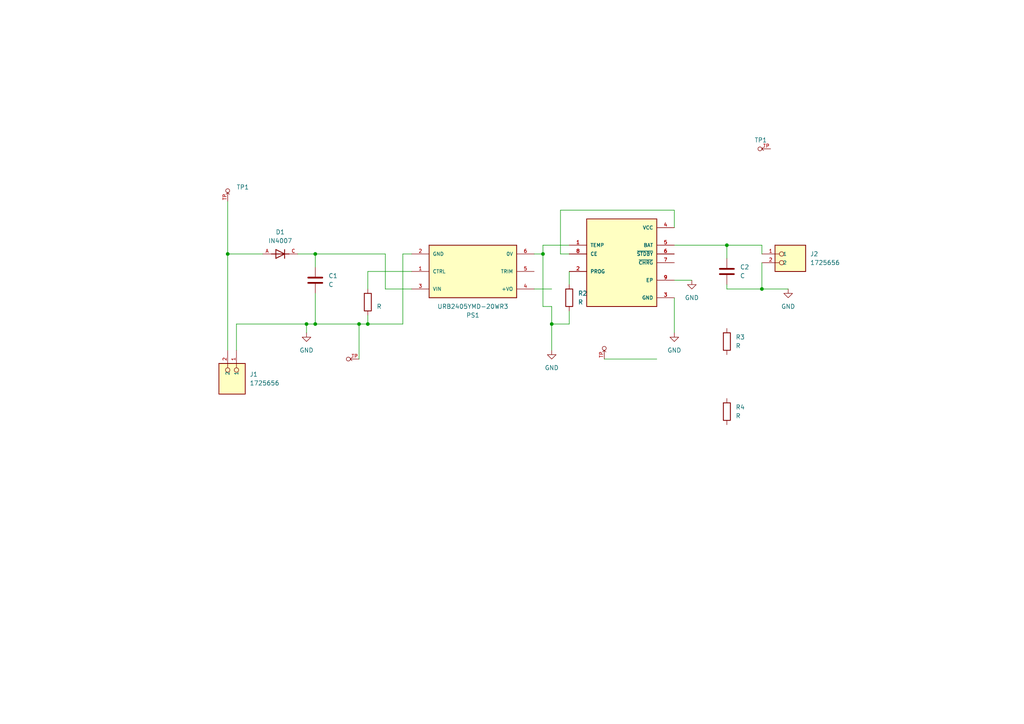
<source format=kicad_sch>
(kicad_sch (version 20230121) (generator eeschema)

  (uuid 51b36711-359c-4d26-9a27-fd3a7d560d63)

  (paper "A4")

  (lib_symbols
    (symbol "1725656:1725656" (pin_names (offset 1.016)) (in_bom yes) (on_board yes)
      (property "Reference" "J" (at -2.54 5.842 0)
        (effects (font (size 1.27 1.27)) (justify left bottom))
      )
      (property "Value" "1725656" (at -2.54 -5.08 0)
        (effects (font (size 1.27 1.27)) (justify left bottom))
      )
      (property "Footprint" "1725656:PHOENIX_1725656" (at 0 0 0)
        (effects (font (size 1.27 1.27)) (justify bottom) hide)
      )
      (property "Datasheet" "" (at 0 0 0)
        (effects (font (size 1.27 1.27)) hide)
      )
      (property "MF" "Phoenix Contact" (at 0 0 0)
        (effects (font (size 1.27 1.27)) (justify bottom) hide)
      )
      (property "MAXIMUM_PACKAGE_HEIGHT" "8.65mm" (at 0 0 0)
        (effects (font (size 1.27 1.27)) (justify bottom) hide)
      )
      (property "Package" "None" (at 0 0 0)
        (effects (font (size 1.27 1.27)) (justify bottom) hide)
      )
      (property "Price" "None" (at 0 0 0)
        (effects (font (size 1.27 1.27)) (justify bottom) hide)
      )
      (property "Check_prices" "https://www.snapeda.com/parts/1725656/Phoenix+Contact/view-part/?ref=eda" (at 0 0 0)
        (effects (font (size 1.27 1.27)) (justify bottom) hide)
      )
      (property "STANDARD" "Manufacturer Recommendations" (at 0 0 0)
        (effects (font (size 1.27 1.27)) (justify bottom) hide)
      )
      (property "PARTREV" "03.03.2021" (at 0 0 0)
        (effects (font (size 1.27 1.27)) (justify bottom) hide)
      )
      (property "SnapEDA_Link" "https://www.snapeda.com/parts/1725656/Phoenix+Contact/view-part/?ref=snap" (at 0 0 0)
        (effects (font (size 1.27 1.27)) (justify bottom) hide)
      )
      (property "MP" "1725656" (at 0 0 0)
        (effects (font (size 1.27 1.27)) (justify bottom) hide)
      )
      (property "Purchase-URL" "https://www.snapeda.com/api/url_track_click_mouser/?unipart_id=523980&manufacturer=Phoenix Contact&part_name=1725656&search_term=j2 1725656" (at 0 0 0)
        (effects (font (size 1.27 1.27)) (justify bottom) hide)
      )
      (property "Description" "\nPCB Terminal Screw 2.54mm 20AWG 160V 6A 2 Position COMBICON MPT Series | Phoenix Contact 1725656\n" (at 0 0 0)
        (effects (font (size 1.27 1.27)) (justify bottom) hide)
      )
      (property "Availability" "In Stock" (at 0 0 0)
        (effects (font (size 1.27 1.27)) (justify bottom) hide)
      )
      (property "MANUFACTURER" "Phoenix Contact" (at 0 0 0)
        (effects (font (size 1.27 1.27)) (justify bottom) hide)
      )
      (symbol "1725656_0_0"
        (rectangle (start -3.81 -2.54) (end 5.08 5.08)
          (stroke (width 0.254) (type default))
          (fill (type background))
        )
        (circle (center -1.905 0) (radius 0.635)
          (stroke (width 0.1524) (type default))
          (fill (type none))
        )
        (circle (center -1.905 2.54) (radius 0.635)
          (stroke (width 0.1524) (type default))
          (fill (type none))
        )
        (pin passive line (at -7.62 2.54 0) (length 5.08)
          (name "1" (effects (font (size 1.016 1.016))))
          (number "1" (effects (font (size 1.016 1.016))))
        )
        (pin passive line (at -7.62 0 0) (length 5.08)
          (name "2" (effects (font (size 1.016 1.016))))
          (number "2" (effects (font (size 1.016 1.016))))
        )
      )
    )
    (symbol "Device:C" (pin_numbers hide) (pin_names (offset 0.254)) (in_bom yes) (on_board yes)
      (property "Reference" "C" (at 0.635 2.54 0)
        (effects (font (size 1.27 1.27)) (justify left))
      )
      (property "Value" "C" (at 0.635 -2.54 0)
        (effects (font (size 1.27 1.27)) (justify left))
      )
      (property "Footprint" "" (at 0.9652 -3.81 0)
        (effects (font (size 1.27 1.27)) hide)
      )
      (property "Datasheet" "~" (at 0 0 0)
        (effects (font (size 1.27 1.27)) hide)
      )
      (property "ki_keywords" "cap capacitor" (at 0 0 0)
        (effects (font (size 1.27 1.27)) hide)
      )
      (property "ki_description" "Unpolarized capacitor" (at 0 0 0)
        (effects (font (size 1.27 1.27)) hide)
      )
      (property "ki_fp_filters" "C_*" (at 0 0 0)
        (effects (font (size 1.27 1.27)) hide)
      )
      (symbol "C_0_1"
        (polyline
          (pts
            (xy -2.032 -0.762)
            (xy 2.032 -0.762)
          )
          (stroke (width 0.508) (type default))
          (fill (type none))
        )
        (polyline
          (pts
            (xy -2.032 0.762)
            (xy 2.032 0.762)
          )
          (stroke (width 0.508) (type default))
          (fill (type none))
        )
      )
      (symbol "C_1_1"
        (pin passive line (at 0 3.81 270) (length 2.794)
          (name "~" (effects (font (size 1.27 1.27))))
          (number "1" (effects (font (size 1.27 1.27))))
        )
        (pin passive line (at 0 -3.81 90) (length 2.794)
          (name "~" (effects (font (size 1.27 1.27))))
          (number "2" (effects (font (size 1.27 1.27))))
        )
      )
    )
    (symbol "Device:R" (pin_numbers hide) (pin_names (offset 0)) (in_bom yes) (on_board yes)
      (property "Reference" "R" (at 2.032 0 90)
        (effects (font (size 1.27 1.27)))
      )
      (property "Value" "R" (at 0 0 90)
        (effects (font (size 1.27 1.27)))
      )
      (property "Footprint" "" (at -1.778 0 90)
        (effects (font (size 1.27 1.27)) hide)
      )
      (property "Datasheet" "~" (at 0 0 0)
        (effects (font (size 1.27 1.27)) hide)
      )
      (property "ki_keywords" "R res resistor" (at 0 0 0)
        (effects (font (size 1.27 1.27)) hide)
      )
      (property "ki_description" "Resistor" (at 0 0 0)
        (effects (font (size 1.27 1.27)) hide)
      )
      (property "ki_fp_filters" "R_*" (at 0 0 0)
        (effects (font (size 1.27 1.27)) hide)
      )
      (symbol "R_0_1"
        (rectangle (start -1.016 -2.54) (end 1.016 2.54)
          (stroke (width 0.254) (type default))
          (fill (type none))
        )
      )
      (symbol "R_1_1"
        (pin passive line (at 0 3.81 270) (length 1.27)
          (name "~" (effects (font (size 1.27 1.27))))
          (number "1" (effects (font (size 1.27 1.27))))
        )
        (pin passive line (at 0 -3.81 90) (length 1.27)
          (name "~" (effects (font (size 1.27 1.27))))
          (number "2" (effects (font (size 1.27 1.27))))
        )
      )
    )
    (symbol "IN4007:IN4007" (pin_names (offset 1.016)) (in_bom yes) (on_board yes)
      (property "Reference" "D" (at -2.2885 1.9071 0)
        (effects (font (size 1.27 1.27)) (justify left bottom))
      )
      (property "Value" "IN4007" (at -2.2877 -3.4316 0)
        (effects (font (size 1.27 1.27)) (justify left bottom))
      )
      (property "Footprint" "IN4007:DIOAD1070W78L470D235P" (at 0 0 0)
        (effects (font (size 1.27 1.27)) (justify bottom) hide)
      )
      (property "Datasheet" "" (at 0 0 0)
        (effects (font (size 1.27 1.27)) hide)
      )
      (property "DigiKey_Part_Number" "" (at 0 0 0)
        (effects (font (size 1.27 1.27)) (justify bottom) hide)
      )
      (property "SnapEDA_Link" "https://www.snapeda.com/parts/IN4007/Vishay+Semiconductor+Diodes+Division/view-part/?ref=snap" (at 0 0 0)
        (effects (font (size 1.27 1.27)) (justify bottom) hide)
      )
      (property "Description" "\nDiode Standard 1000 V 1A Through Hole DO-204AL (DO-41)\n" (at 0 0 0)
        (effects (font (size 1.27 1.27)) (justify bottom) hide)
      )
      (property "Package" "DO-41 Vishay Semiconductor" (at 0 0 0)
        (effects (font (size 1.27 1.27)) (justify bottom) hide)
      )
      (property "Check_prices" "https://www.snapeda.com/parts/IN4007/Vishay+Semiconductor+Diodes+Division/view-part/?ref=eda" (at 0 0 0)
        (effects (font (size 1.27 1.27)) (justify bottom) hide)
      )
      (property "MF" "Vishay Semiconductor" (at 0 0 0)
        (effects (font (size 1.27 1.27)) (justify bottom) hide)
      )
      (property "MP" "IN4007" (at 0 0 0)
        (effects (font (size 1.27 1.27)) (justify bottom) hide)
      )
      (property "MANUFACTURER" "Taiwan Semiconductor" (at 0 0 0)
        (effects (font (size 1.27 1.27)) (justify bottom) hide)
      )
      (symbol "IN4007_0_0"
        (polyline
          (pts
            (xy -2.54 0)
            (xy 2.54 0)
          )
          (stroke (width 0.254) (type default))
          (fill (type none))
        )
        (polyline
          (pts
            (xy -1.27 -1.27)
            (xy 1.27 0)
          )
          (stroke (width 0.254) (type default))
          (fill (type none))
        )
        (polyline
          (pts
            (xy -1.27 1.27)
            (xy -1.27 -1.27)
          )
          (stroke (width 0.254) (type default))
          (fill (type none))
        )
        (polyline
          (pts
            (xy 1.27 0)
            (xy -1.27 1.27)
          )
          (stroke (width 0.254) (type default))
          (fill (type none))
        )
        (polyline
          (pts
            (xy 1.27 0)
            (xy 1.27 -1.27)
          )
          (stroke (width 0.254) (type default))
          (fill (type none))
        )
        (polyline
          (pts
            (xy 1.27 1.27)
            (xy 1.27 0)
          )
          (stroke (width 0.254) (type default))
          (fill (type none))
        )
        (pin passive line (at -5.08 0 0) (length 2.54)
          (name "~" (effects (font (size 1.016 1.016))))
          (number "A" (effects (font (size 1.016 1.016))))
        )
        (pin passive line (at 5.08 0 180) (length 2.54)
          (name "~" (effects (font (size 1.016 1.016))))
          (number "C" (effects (font (size 1.016 1.016))))
        )
      )
    )
    (symbol "TP1:TP1" (pin_names (offset 1.016)) (in_bom yes) (on_board yes)
      (property "Reference" "TP" (at 0 2.54 0)
        (effects (font (size 1.27 1.27)) (justify right top))
      )
      (property "Value" "TP1" (at 0 -2.54 0)
        (effects (font (size 1.27 1.27)) (justify left bottom))
      )
      (property "Footprint" "TP1:TP06" (at 0 0 0)
        (effects (font (size 1.27 1.27)) (justify bottom) hide)
      )
      (property "Datasheet" "" (at 0 0 0)
        (effects (font (size 1.27 1.27)) hide)
      )
      (property "MF" "Fluke Electronics" (at 0 0 0)
        (effects (font (size 1.27 1.27)) (justify bottom) hide)
      )
      (property "Description" "\nTest Probes CAT IV 600V CAT III 1000V | Fluke TP1\n" (at 0 0 0)
        (effects (font (size 1.27 1.27)) (justify bottom) hide)
      )
      (property "Package" "0805 Fluke Electronics" (at 0 0 0)
        (effects (font (size 1.27 1.27)) (justify bottom) hide)
      )
      (property "Price" "None" (at 0 0 0)
        (effects (font (size 1.27 1.27)) (justify bottom) hide)
      )
      (property "SnapEDA_Link" "https://www.snapeda.com/parts/TP1/Fluke+Electronics/view-part/?ref=snap" (at 0 0 0)
        (effects (font (size 1.27 1.27)) (justify bottom) hide)
      )
      (property "MP" "TP1" (at 0 0 0)
        (effects (font (size 1.27 1.27)) (justify bottom) hide)
      )
      (property "Purchase-URL" "https://www.snapeda.com/api/url_track_click_mouser/?unipart_id=336035&manufacturer=Fluke Electronics&part_name=TP1&search_term=tp1" (at 0 0 0)
        (effects (font (size 1.27 1.27)) (justify bottom) hide)
      )
      (property "Availability" "In Stock" (at 0 0 0)
        (effects (font (size 1.27 1.27)) (justify bottom) hide)
      )
      (property "Check_prices" "https://www.snapeda.com/parts/TP1/Fluke+Electronics/view-part/?ref=eda" (at 0 0 0)
        (effects (font (size 1.27 1.27)) (justify bottom) hide)
      )
      (symbol "TP1_0_0"
        (circle (center -0.567 -0.0024) (radius 0.5679)
          (stroke (width 0.1524) (type default))
          (fill (type none))
        )
        (polyline
          (pts
            (xy 0 0.0001)
            (xy 0 -0.0001)
          )
          (stroke (width 0.1524) (type default))
          (fill (type none))
        )
        (polyline
          (pts
            (xy 0 0.0001)
            (xy 0.4815 0.4816)
          )
          (stroke (width 0.1524) (type default))
          (fill (type none))
        )
        (polyline
          (pts
            (xy 0 -0.0001)
            (xy 0.4855 -0.4858)
          )
          (stroke (width 0.1524) (type default))
          (fill (type none))
        )
        (pin passive line (at 2.54 0 180) (length 2.54)
          (name "~" (effects (font (size 1.016 1.016))))
          (number "TP" (effects (font (size 1.016 1.016))))
        )
      )
    )
    (symbol "TP4056:TP4056" (pin_names (offset 1.016)) (in_bom yes) (on_board yes)
      (property "Reference" "U" (at -10.16 13.208 0)
        (effects (font (size 1.27 1.27)) (justify left bottom))
      )
      (property "Value" "TP4056" (at -10.16 -15.24 0)
        (effects (font (size 1.27 1.27)) (justify left bottom))
      )
      (property "Footprint" "TP4056:SOP127P600X175-9N" (at 0 0 0)
        (effects (font (size 1.27 1.27)) (justify bottom) hide)
      )
      (property "Datasheet" "" (at 0 0 0)
        (effects (font (size 1.27 1.27)) hide)
      )
      (property "MF" "NanJing Top Power ASIC Corp." (at 0 0 0)
        (effects (font (size 1.27 1.27)) (justify bottom) hide)
      )
      (property "MAXIMUM_PACKAGE_HEIGHT" "1.75mm" (at 0 0 0)
        (effects (font (size 1.27 1.27)) (justify bottom) hide)
      )
      (property "Package" "Package" (at 0 0 0)
        (effects (font (size 1.27 1.27)) (justify bottom) hide)
      )
      (property "Price" "None" (at 0 0 0)
        (effects (font (size 1.27 1.27)) (justify bottom) hide)
      )
      (property "Check_prices" "https://www.snapeda.com/parts/TP4056/NanJing+Top+Power+ASIC+Corp./view-part/?ref=eda" (at 0 0 0)
        (effects (font (size 1.27 1.27)) (justify bottom) hide)
      )
      (property "STANDARD" "IPC 7351B" (at 0 0 0)
        (effects (font (size 1.27 1.27)) (justify bottom) hide)
      )
      (property "SnapEDA_Link" "https://www.snapeda.com/parts/TP4056/NanJing+Top+Power+ASIC+Corp./view-part/?ref=snap" (at 0 0 0)
        (effects (font (size 1.27 1.27)) (justify bottom) hide)
      )
      (property "MP" "TP4056" (at 0 0 0)
        (effects (font (size 1.27 1.27)) (justify bottom) hide)
      )
      (property "Description" "\nComplete single cell Li-Ion battery with a constant current / constant voltage linear charger\n" (at 0 0 0)
        (effects (font (size 1.27 1.27)) (justify bottom) hide)
      )
      (property "Availability" "Not in stock" (at 0 0 0)
        (effects (font (size 1.27 1.27)) (justify bottom) hide)
      )
      (property "MANUFACTURER" "NanJing Top Power ASIC Corp." (at 0 0 0)
        (effects (font (size 1.27 1.27)) (justify bottom) hide)
      )
      (symbol "TP4056_0_0"
        (rectangle (start -10.16 -12.7) (end 10.16 12.7)
          (stroke (width 0.254) (type default))
          (fill (type background))
        )
        (pin input line (at -15.24 5.08 0) (length 5.08)
          (name "TEMP" (effects (font (size 1.016 1.016))))
          (number "1" (effects (font (size 1.016 1.016))))
        )
        (pin bidirectional line (at -15.24 -2.54 0) (length 5.08)
          (name "PROG" (effects (font (size 1.016 1.016))))
          (number "2" (effects (font (size 1.016 1.016))))
        )
        (pin power_in line (at 15.24 -10.16 180) (length 5.08)
          (name "GND" (effects (font (size 1.016 1.016))))
          (number "3" (effects (font (size 1.016 1.016))))
        )
        (pin power_in line (at 15.24 10.16 180) (length 5.08)
          (name "VCC" (effects (font (size 1.016 1.016))))
          (number "4" (effects (font (size 1.016 1.016))))
        )
        (pin output line (at 15.24 5.08 180) (length 5.08)
          (name "BAT" (effects (font (size 1.016 1.016))))
          (number "5" (effects (font (size 1.016 1.016))))
        )
        (pin output line (at 15.24 2.54 180) (length 5.08)
          (name "~{STDBY}" (effects (font (size 1.016 1.016))))
          (number "6" (effects (font (size 1.016 1.016))))
        )
        (pin output line (at 15.24 0 180) (length 5.08)
          (name "~{CHRG}" (effects (font (size 1.016 1.016))))
          (number "7" (effects (font (size 1.016 1.016))))
        )
        (pin input line (at -15.24 2.54 0) (length 5.08)
          (name "CE" (effects (font (size 1.016 1.016))))
          (number "8" (effects (font (size 1.016 1.016))))
        )
        (pin passive line (at 15.24 -5.08 180) (length 5.08)
          (name "EP" (effects (font (size 1.016 1.016))))
          (number "9" (effects (font (size 1.016 1.016))))
        )
      )
    )
    (symbol "URB2405YMD-20WR3:URB2405YMD-20WR3" (pin_names (offset 1.016)) (in_bom yes) (on_board yes)
      (property "Reference" "PS" (at -12.7 8.89 0)
        (effects (font (size 1.27 1.27)) (justify left bottom))
      )
      (property "Value" "URB2405YMD-20WR3" (at -12.7 -10.16 0)
        (effects (font (size 1.27 1.27)) (justify left bottom))
      )
      (property "Footprint" "CONV_URB2405YMD-20WR3" (at 0 0 0)
        (effects (font (size 1.27 1.27)) (justify left bottom) hide)
      )
      (property "Datasheet" "" (at 0 0 0)
        (effects (font (size 1.27 1.27)) (justify left bottom) hide)
      )
      (property "MF" "Mornsun America, LLC" (at 0 0 0)
        (effects (font (size 1.27 1.27)) (justify left bottom) hide)
      )
      (property "MAXIMUM_PACKAGE_HEIGHT" "12.20 mm" (at 0 0 0)
        (effects (font (size 1.27 1.27)) (justify left bottom) hide)
      )
      (property "Package" "CUSTOM-6 MORNSUN" (at 0 0 0)
        (effects (font (size 1.27 1.27)) (justify left bottom) hide)
      )
      (property "Price" "None" (at 0 0 0)
        (effects (font (size 1.27 1.27)) (justify left bottom) hide)
      )
      (property "Check_prices" "https://www.snapeda.com/parts/URB2405YMD-20WR3/MORNSUN/view-part/?ref=eda" (at 0 0 0)
        (effects (font (size 1.27 1.27)) (justify left bottom) hide)
      )
      (property "STANDARD" "Manufacturer Recommendations" (at 0 0 0)
        (effects (font (size 1.27 1.27)) (justify left bottom) hide)
      )
      (property "PARTREV" "2019.10.16-A/4" (at 0 0 0)
        (effects (font (size 1.27 1.27)) (justify left bottom) hide)
      )
      (property "SnapEDA_Link" "https://www.snapeda.com/parts/URB2405YMD-20WR3/MORNSUN/view-part/?ref=snap" (at 0 0 0)
        (effects (font (size 1.27 1.27)) (justify left bottom) hide)
      )
      (property "MP" "URB2405YMD-20WR3" (at 0 0 0)
        (effects (font (size 1.27 1.27)) (justify left bottom) hide)
      )
      (property "Description" "\\nIsolated Module DC DC Converter 1 Output 5V - - - 4A 9V - 36V Input\\n" (at 0 0 0)
        (effects (font (size 1.27 1.27)) (justify left bottom) hide)
      )
      (property "Availability" "In Stock" (at 0 0 0)
        (effects (font (size 1.27 1.27)) (justify left bottom) hide)
      )
      (property "MANUFACTURER" "Mornsun" (at 0 0 0)
        (effects (font (size 1.27 1.27)) (justify left bottom) hide)
      )
      (property "ki_locked" "" (at 0 0 0)
        (effects (font (size 1.27 1.27)))
      )
      (symbol "URB2405YMD-20WR3_0_0"
        (rectangle (start -12.7 -7.62) (end 12.7 7.62)
          (stroke (width 0.254) (type solid))
          (fill (type background))
        )
        (pin input line (at -17.78 0 0) (length 5.08)
          (name "CTRL" (effects (font (size 1.016 1.016))))
          (number "1" (effects (font (size 1.016 1.016))))
        )
        (pin power_in line (at -17.78 -5.08 0) (length 5.08)
          (name "GND" (effects (font (size 1.016 1.016))))
          (number "2" (effects (font (size 1.016 1.016))))
        )
        (pin input line (at -17.78 5.08 0) (length 5.08)
          (name "VIN" (effects (font (size 1.016 1.016))))
          (number "3" (effects (font (size 1.016 1.016))))
        )
        (pin output line (at 17.78 5.08 180) (length 5.08)
          (name "+VO" (effects (font (size 1.016 1.016))))
          (number "4" (effects (font (size 1.016 1.016))))
        )
        (pin passive line (at 17.78 0 180) (length 5.08)
          (name "TRIM" (effects (font (size 1.016 1.016))))
          (number "5" (effects (font (size 1.016 1.016))))
        )
        (pin passive line (at 17.78 -5.08 180) (length 5.08)
          (name "0V" (effects (font (size 1.016 1.016))))
          (number "6" (effects (font (size 1.016 1.016))))
        )
      )
    )
    (symbol "power:GND" (power) (pin_names (offset 0)) (in_bom yes) (on_board yes)
      (property "Reference" "#PWR" (at 0 -6.35 0)
        (effects (font (size 1.27 1.27)) hide)
      )
      (property "Value" "GND" (at 0 -3.81 0)
        (effects (font (size 1.27 1.27)))
      )
      (property "Footprint" "" (at 0 0 0)
        (effects (font (size 1.27 1.27)) hide)
      )
      (property "Datasheet" "" (at 0 0 0)
        (effects (font (size 1.27 1.27)) hide)
      )
      (property "ki_keywords" "global power" (at 0 0 0)
        (effects (font (size 1.27 1.27)) hide)
      )
      (property "ki_description" "Power symbol creates a global label with name \"GND\" , ground" (at 0 0 0)
        (effects (font (size 1.27 1.27)) hide)
      )
      (symbol "GND_0_1"
        (polyline
          (pts
            (xy 0 0)
            (xy 0 -1.27)
            (xy 1.27 -1.27)
            (xy 0 -2.54)
            (xy -1.27 -1.27)
            (xy 0 -1.27)
          )
          (stroke (width 0) (type default))
          (fill (type none))
        )
      )
      (symbol "GND_1_1"
        (pin power_in line (at 0 0 270) (length 0) hide
          (name "GND" (effects (font (size 1.27 1.27))))
          (number "1" (effects (font (size 1.27 1.27))))
        )
      )
    )
  )

  (junction (at 88.9 93.98) (diameter 0) (color 0 0 0 0)
    (uuid 1bd27f1f-0599-4e22-945f-ea55a1886e06)
  )
  (junction (at 91.44 73.66) (diameter 0) (color 0 0 0 0)
    (uuid 21951809-37f4-41de-9d3f-be77308939e0)
  )
  (junction (at 106.68 93.98) (diameter 0) (color 0 0 0 0)
    (uuid 5c3bcab1-e98b-4507-8c44-17ababa59bad)
  )
  (junction (at 91.44 93.98) (diameter 0) (color 0 0 0 0)
    (uuid 707310a6-5458-4753-8222-c96d4425c2c3)
  )
  (junction (at 104.14 93.98) (diameter 0) (color 0 0 0 0)
    (uuid 77ac6081-e7b2-4a07-a338-1d35b2e11a4b)
  )
  (junction (at 210.82 71.12) (diameter 0) (color 0 0 0 0)
    (uuid 96770dad-abc0-4ebe-ac2d-61939dbd04eb)
  )
  (junction (at 66.04 73.66) (diameter 0) (color 0 0 0 0)
    (uuid e34235cf-3fd3-4eb1-9c8c-afbc5daadd20)
  )
  (junction (at 157.48 73.66) (diameter 0) (color 0 0 0 0)
    (uuid e3ca7c73-c73e-4a77-91e8-f1bd21438173)
  )
  (junction (at 160.02 93.98) (diameter 0) (color 0 0 0 0)
    (uuid faec61e1-8cac-4c79-8a2e-1e083670688e)
  )
  (junction (at 220.98 83.82) (diameter 0) (color 0 0 0 0)
    (uuid feaf889a-a6dd-4c57-bab4-080c87622ec3)
  )

  (wire (pts (xy 220.98 76.2) (xy 220.98 83.82))
    (stroke (width 0) (type default))
    (uuid 022a50ca-6fa0-4d24-a842-60f95f02cdd4)
  )
  (wire (pts (xy 175.26 104.14) (xy 190.5 104.14))
    (stroke (width 0) (type default))
    (uuid 02bbec06-aeb8-46d0-a6ea-56a75e36e706)
  )
  (wire (pts (xy 104.14 93.98) (xy 104.14 104.14))
    (stroke (width 0) (type default))
    (uuid 039a31ca-b047-420f-9105-55328b72b107)
  )
  (wire (pts (xy 157.48 73.66) (xy 157.48 88.9))
    (stroke (width 0) (type default))
    (uuid 0b93473e-4fa4-4ed3-9558-bcdbdc7e7682)
  )
  (wire (pts (xy 88.9 93.98) (xy 88.9 96.52))
    (stroke (width 0) (type default))
    (uuid 0dbd3f35-34cb-4279-a929-de6cd89e8cfb)
  )
  (wire (pts (xy 106.68 78.74) (xy 119.38 78.74))
    (stroke (width 0) (type default))
    (uuid 101151c7-ea38-49a7-b499-e07b9676bcaa)
  )
  (wire (pts (xy 157.48 88.9) (xy 160.02 88.9))
    (stroke (width 0) (type default))
    (uuid 11ced469-729a-4c10-9e86-f3876ae56e25)
  )
  (wire (pts (xy 210.82 71.12) (xy 210.82 74.93))
    (stroke (width 0) (type default))
    (uuid 13ba3dc6-a91b-43f6-8816-1dfeb89e5f94)
  )
  (wire (pts (xy 210.82 71.12) (xy 220.98 71.12))
    (stroke (width 0) (type default))
    (uuid 14ed2b88-4168-4575-baee-f4f272b150cc)
  )
  (wire (pts (xy 195.58 71.12) (xy 210.82 71.12))
    (stroke (width 0) (type default))
    (uuid 162291cb-96ae-4a09-b5d1-a7d30636e4ab)
  )
  (wire (pts (xy 91.44 85.09) (xy 91.44 93.98))
    (stroke (width 0) (type default))
    (uuid 1914dc15-37f6-424b-8eb7-72a20c54ea00)
  )
  (wire (pts (xy 116.84 73.66) (xy 116.84 93.98))
    (stroke (width 0) (type default))
    (uuid 1eeafe5a-376b-46fe-b712-66f457e2363d)
  )
  (wire (pts (xy 160.02 93.98) (xy 165.1 93.98))
    (stroke (width 0) (type default))
    (uuid 411f13a8-5812-4c5f-b37b-646025ff181e)
  )
  (wire (pts (xy 88.9 93.98) (xy 91.44 93.98))
    (stroke (width 0) (type default))
    (uuid 46090e84-b8fb-4ce2-8a20-ed03bf483e56)
  )
  (wire (pts (xy 91.44 73.66) (xy 111.76 73.66))
    (stroke (width 0) (type default))
    (uuid 4ac31434-a137-4f4d-9733-56e627bfc672)
  )
  (wire (pts (xy 195.58 60.96) (xy 195.58 66.04))
    (stroke (width 0) (type default))
    (uuid 52ff34bc-5b46-4d0a-a745-d9645a566538)
  )
  (wire (pts (xy 210.82 82.55) (xy 210.82 83.82))
    (stroke (width 0) (type default))
    (uuid 5a6a687a-29bf-46f3-81d7-12671edcfc29)
  )
  (wire (pts (xy 104.14 93.98) (xy 106.68 93.98))
    (stroke (width 0) (type default))
    (uuid 5eeae819-7094-4175-83f7-13de8f3e11c8)
  )
  (wire (pts (xy 66.04 73.66) (xy 76.2 73.66))
    (stroke (width 0) (type default))
    (uuid 6cfefd0b-4756-40c8-a608-04b903c17793)
  )
  (wire (pts (xy 106.68 93.98) (xy 116.84 93.98))
    (stroke (width 0) (type default))
    (uuid 6da3bad5-81fe-4d99-9982-4c6196d2ace6)
  )
  (wire (pts (xy 160.02 88.9) (xy 160.02 93.98))
    (stroke (width 0) (type default))
    (uuid 754c422b-c847-478a-8090-ca7b6a59dbc4)
  )
  (wire (pts (xy 165.1 78.74) (xy 165.1 82.55))
    (stroke (width 0) (type default))
    (uuid 7b4825ba-c4f6-4ecd-bafa-6814b850d86c)
  )
  (wire (pts (xy 154.94 73.66) (xy 157.48 73.66))
    (stroke (width 0) (type default))
    (uuid 7c628398-ecac-49f9-a50b-5e1519f5375a)
  )
  (wire (pts (xy 162.56 73.66) (xy 165.1 73.66))
    (stroke (width 0) (type default))
    (uuid 80c61877-3fcc-4800-aea7-105854a6e0d3)
  )
  (wire (pts (xy 165.1 90.17) (xy 165.1 93.98))
    (stroke (width 0) (type default))
    (uuid 8272508a-c980-448f-87e6-ea332f623b03)
  )
  (wire (pts (xy 154.94 83.82) (xy 160.02 83.82))
    (stroke (width 0) (type default))
    (uuid 83b2ea16-50b8-4cc0-9efa-183c634ca186)
  )
  (wire (pts (xy 116.84 73.66) (xy 119.38 73.66))
    (stroke (width 0) (type default))
    (uuid 86a0d5cd-b30f-41b0-9823-477164c3d1cb)
  )
  (wire (pts (xy 66.04 58.42) (xy 66.04 73.66))
    (stroke (width 0) (type default))
    (uuid 8950fcff-84b3-45c5-9286-763d73cf8297)
  )
  (wire (pts (xy 66.04 73.66) (xy 66.04 101.6))
    (stroke (width 0) (type default))
    (uuid 8b30a010-7385-4a1a-9025-b979e722f158)
  )
  (wire (pts (xy 220.98 71.12) (xy 220.98 73.66))
    (stroke (width 0) (type default))
    (uuid 8ec24484-ab06-470c-b0a5-b93bd5d01017)
  )
  (wire (pts (xy 91.44 73.66) (xy 91.44 77.47))
    (stroke (width 0) (type default))
    (uuid 939fdf8b-9adf-44f9-8a94-04c057f5e95e)
  )
  (wire (pts (xy 162.56 60.96) (xy 195.58 60.96))
    (stroke (width 0) (type default))
    (uuid 9acf301f-7432-40e8-aaa8-8e19f3a8e3a3)
  )
  (wire (pts (xy 68.58 93.98) (xy 68.58 101.6))
    (stroke (width 0) (type default))
    (uuid 9f371ed5-ceb0-426e-b1f4-859dcd1b23e1)
  )
  (wire (pts (xy 111.76 83.82) (xy 119.38 83.82))
    (stroke (width 0) (type default))
    (uuid a1f34008-4efa-4f97-b5ad-d35691f087e1)
  )
  (wire (pts (xy 162.56 60.96) (xy 162.56 73.66))
    (stroke (width 0) (type default))
    (uuid a34a1cc0-213e-4bdd-87e6-742caa32898d)
  )
  (wire (pts (xy 157.48 71.12) (xy 157.48 73.66))
    (stroke (width 0) (type default))
    (uuid a87a36fc-25d3-4473-b0c0-51c4bb8a47fb)
  )
  (wire (pts (xy 91.44 93.98) (xy 104.14 93.98))
    (stroke (width 0) (type default))
    (uuid a88f75dd-277d-4a8f-8beb-f970382d22c7)
  )
  (wire (pts (xy 220.98 83.82) (xy 228.6 83.82))
    (stroke (width 0) (type default))
    (uuid aa79c9a3-f471-49be-8da8-9322ab14915c)
  )
  (wire (pts (xy 210.82 83.82) (xy 220.98 83.82))
    (stroke (width 0) (type default))
    (uuid b298348a-ae92-4abc-9fd9-c4c047a38a2f)
  )
  (wire (pts (xy 68.58 93.98) (xy 88.9 93.98))
    (stroke (width 0) (type default))
    (uuid b48879eb-6a52-4622-bb43-50bb5bae8956)
  )
  (wire (pts (xy 157.48 71.12) (xy 165.1 71.12))
    (stroke (width 0) (type default))
    (uuid c4a9d40c-1340-481f-b0a1-f55549bb9cc7)
  )
  (wire (pts (xy 106.68 78.74) (xy 106.68 83.82))
    (stroke (width 0) (type default))
    (uuid c8691de9-01b2-4b5e-92ba-c2f4acb2e2eb)
  )
  (wire (pts (xy 195.58 81.28) (xy 200.66 81.28))
    (stroke (width 0) (type default))
    (uuid d43b4167-e531-4d5a-95ce-d450b6583520)
  )
  (wire (pts (xy 195.58 86.36) (xy 195.58 96.52))
    (stroke (width 0) (type default))
    (uuid d486e005-faa8-46ab-b377-e07eece91fa4)
  )
  (wire (pts (xy 111.76 73.66) (xy 111.76 83.82))
    (stroke (width 0) (type default))
    (uuid dc8e571e-b54c-4ea4-979b-252959e6b5e6)
  )
  (wire (pts (xy 86.36 73.66) (xy 91.44 73.66))
    (stroke (width 0) (type default))
    (uuid e2fc98a7-1842-4e7f-9911-794c39d14a0f)
  )
  (wire (pts (xy 160.02 93.98) (xy 160.02 101.6))
    (stroke (width 0) (type default))
    (uuid f4df39eb-c752-413e-9be5-96b1e076a5ad)
  )
  (wire (pts (xy 106.68 91.44) (xy 106.68 93.98))
    (stroke (width 0) (type default))
    (uuid fcdb9bdd-9232-458e-8427-e3b044161526)
  )

  (symbol (lib_id "TP1:TP1") (at 101.6 104.14 0) (unit 1)
    (in_bom yes) (on_board yes) (dnp no)
    (uuid 1eb7cee0-8975-43b7-8f54-4b784bacb54b)
    (property "Reference" "TP2" (at 101.2753 99.06 0)
      (effects (font (size 1.27 1.27)) hide)
    )
    (property "Value" "TP1" (at 101.6 104.14 0)
      (effects (font (size 1.27 1.27)) hide)
    )
    (property "Footprint" "TestPoint:TestPoint_Keystone_5005-5009_Compact" (at 101.6 104.14 0)
      (effects (font (size 1.27 1.27)) (justify bottom) hide)
    )
    (property "Datasheet" "" (at 101.6 104.14 0)
      (effects (font (size 1.27 1.27)) hide)
    )
    (property "MF" "Fluke Electronics" (at 101.6 104.14 0)
      (effects (font (size 1.27 1.27)) (justify bottom) hide)
    )
    (property "Description" "\nTest Probes CAT IV 600V CAT III 1000V | Fluke TP1\n" (at 101.6 104.14 0)
      (effects (font (size 1.27 1.27)) (justify bottom) hide)
    )
    (property "Package" "0805 Fluke Electronics" (at 101.6 104.14 0)
      (effects (font (size 1.27 1.27)) (justify bottom) hide)
    )
    (property "Price" "None" (at 101.6 104.14 0)
      (effects (font (size 1.27 1.27)) (justify bottom) hide)
    )
    (property "SnapEDA_Link" "https://www.snapeda.com/parts/TP1/Fluke+Electronics/view-part/?ref=snap" (at 101.6 104.14 0)
      (effects (font (size 1.27 1.27)) (justify bottom) hide)
    )
    (property "MP" "TP1" (at 101.6 104.14 0)
      (effects (font (size 1.27 1.27)) (justify bottom) hide)
    )
    (property "Purchase-URL" "https://www.snapeda.com/api/url_track_click_mouser/?unipart_id=336035&manufacturer=Fluke Electronics&part_name=TP1&search_term=tp1" (at 101.6 104.14 0)
      (effects (font (size 1.27 1.27)) (justify bottom) hide)
    )
    (property "Availability" "In Stock" (at 101.6 104.14 0)
      (effects (font (size 1.27 1.27)) (justify bottom) hide)
    )
    (property "Check_prices" "https://www.snapeda.com/parts/TP1/Fluke+Electronics/view-part/?ref=eda" (at 101.6 104.14 0)
      (effects (font (size 1.27 1.27)) (justify bottom) hide)
    )
    (pin "TP" (uuid a44e4817-de10-46eb-9a44-ac7a75880696))
    (instances
      (project "Praveen"
        (path "/51b36711-359c-4d26-9a27-fd3a7d560d63"
          (reference "TP2") (unit 1)
        )
      )
    )
  )

  (symbol (lib_id "Device:C") (at 210.82 78.74 0) (unit 1)
    (in_bom yes) (on_board yes) (dnp no) (fields_autoplaced)
    (uuid 25107db0-941f-4069-9a99-4dc2bbac91a2)
    (property "Reference" "C2" (at 214.63 77.47 0)
      (effects (font (size 1.27 1.27)) (justify left))
    )
    (property "Value" "C" (at 214.63 80.01 0)
      (effects (font (size 1.27 1.27)) (justify left))
    )
    (property "Footprint" "Capacitor_SMD:CP_Elec_3x5.3" (at 211.7852 82.55 0)
      (effects (font (size 1.27 1.27)) hide)
    )
    (property "Datasheet" "~" (at 210.82 78.74 0)
      (effects (font (size 1.27 1.27)) hide)
    )
    (pin "1" (uuid 8a72e503-1cb6-4bb7-9a16-4b46a961f5eb))
    (pin "2" (uuid 4ee59b85-1c58-4f6d-a6f3-34f420ad6bfc))
    (instances
      (project "Praveen"
        (path "/51b36711-359c-4d26-9a27-fd3a7d560d63"
          (reference "C2") (unit 1)
        )
      )
    )
  )

  (symbol (lib_id "TP1:TP1") (at 66.04 55.88 90) (mirror x) (unit 1)
    (in_bom yes) (on_board yes) (dnp no)
    (uuid 3123bc4f-871e-4a99-b511-f5e861205160)
    (property "Reference" "TP1" (at 68.58 56.8253 90)
      (effects (font (size 1.27 1.27)) (justify right) hide)
    )
    (property "Value" "TP1" (at 68.58 54.2853 90)
      (effects (font (size 1.27 1.27)) (justify right))
    )
    (property "Footprint" "TestPoint:TestPoint_Keystone_5005-5009_Compact" (at 66.04 55.88 0)
      (effects (font (size 1.27 1.27)) (justify bottom) hide)
    )
    (property "Datasheet" "" (at 66.04 55.88 0)
      (effects (font (size 1.27 1.27)) hide)
    )
    (property "MF" "Fluke Electronics" (at 66.04 55.88 0)
      (effects (font (size 1.27 1.27)) (justify bottom) hide)
    )
    (property "Description" "\nTest Probes CAT IV 600V CAT III 1000V | Fluke TP1\n" (at 66.04 55.88 0)
      (effects (font (size 1.27 1.27)) (justify bottom) hide)
    )
    (property "Package" "0805 Fluke Electronics" (at 66.04 55.88 0)
      (effects (font (size 1.27 1.27)) (justify bottom) hide)
    )
    (property "Price" "None" (at 66.04 55.88 0)
      (effects (font (size 1.27 1.27)) (justify bottom) hide)
    )
    (property "SnapEDA_Link" "https://www.snapeda.com/parts/TP1/Fluke+Electronics/view-part/?ref=snap" (at 66.04 55.88 0)
      (effects (font (size 1.27 1.27)) (justify bottom) hide)
    )
    (property "MP" "TP1" (at 66.04 55.88 0)
      (effects (font (size 1.27 1.27)) (justify bottom) hide)
    )
    (property "Purchase-URL" "https://www.snapeda.com/api/url_track_click_mouser/?unipart_id=336035&manufacturer=Fluke Electronics&part_name=TP1&search_term=tp1" (at 66.04 55.88 0)
      (effects (font (size 1.27 1.27)) (justify bottom) hide)
    )
    (property "Availability" "In Stock" (at 66.04 55.88 0)
      (effects (font (size 1.27 1.27)) (justify bottom) hide)
    )
    (property "Check_prices" "https://www.snapeda.com/parts/TP1/Fluke+Electronics/view-part/?ref=eda" (at 66.04 55.88 0)
      (effects (font (size 1.27 1.27)) (justify bottom) hide)
    )
    (pin "TP" (uuid d766b9d5-6f96-492b-84c1-134903fa4c85))
    (instances
      (project "Praveen"
        (path "/51b36711-359c-4d26-9a27-fd3a7d560d63"
          (reference "TP1") (unit 1)
        )
      )
    )
  )

  (symbol (lib_id "TP4056:TP4056") (at 180.34 76.2 0) (unit 1)
    (in_bom yes) (on_board yes) (dnp no)
    (uuid 348f80c4-2a33-48ff-bc3d-614f2cc918a9)
    (property "Reference" "U1" (at 181.61 90.17 90)
      (effects (font (size 1.27 1.27)) (justify right) hide)
    )
    (property "Value" "TP4056" (at 179.07 90.17 90)
      (effects (font (size 1.27 1.27)) (justify right) hide)
    )
    (property "Footprint" "TP4056:SOP127P600X175-9N" (at 180.34 76.2 0)
      (effects (font (size 1.27 1.27)) (justify bottom) hide)
    )
    (property "Datasheet" "" (at 180.34 76.2 0)
      (effects (font (size 1.27 1.27)) hide)
    )
    (property "MF" "NanJing Top Power ASIC Corp." (at 180.34 76.2 0)
      (effects (font (size 1.27 1.27)) (justify bottom) hide)
    )
    (property "MAXIMUM_PACKAGE_HEIGHT" "1.75mm" (at 180.34 76.2 0)
      (effects (font (size 1.27 1.27)) (justify bottom) hide)
    )
    (property "Package" "Package" (at 180.34 76.2 0)
      (effects (font (size 1.27 1.27)) (justify bottom) hide)
    )
    (property "Price" "None" (at 180.34 76.2 0)
      (effects (font (size 1.27 1.27)) (justify bottom) hide)
    )
    (property "Check_prices" "https://www.snapeda.com/parts/TP4056/NanJing+Top+Power+ASIC+Corp./view-part/?ref=eda" (at 180.34 76.2 0)
      (effects (font (size 1.27 1.27)) (justify bottom) hide)
    )
    (property "STANDARD" "IPC 7351B" (at 180.34 76.2 0)
      (effects (font (size 1.27 1.27)) (justify bottom) hide)
    )
    (property "SnapEDA_Link" "https://www.snapeda.com/parts/TP4056/NanJing+Top+Power+ASIC+Corp./view-part/?ref=snap" (at 180.34 76.2 0)
      (effects (font (size 1.27 1.27)) (justify bottom) hide)
    )
    (property "MP" "TP4056" (at 180.34 76.2 0)
      (effects (font (size 1.27 1.27)) (justify bottom) hide)
    )
    (property "Description" "\nComplete single cell Li-Ion battery with a constant current / constant voltage linear charger\n" (at 180.34 76.2 0)
      (effects (font (size 1.27 1.27)) (justify bottom) hide)
    )
    (property "Availability" "Not in stock" (at 180.34 76.2 0)
      (effects (font (size 1.27 1.27)) (justify bottom) hide)
    )
    (property "MANUFACTURER" "NanJing Top Power ASIC Corp." (at 180.34 76.2 0)
      (effects (font (size 1.27 1.27)) (justify bottom) hide)
    )
    (pin "1" (uuid a84f4699-5fc4-438d-8f57-a6dff182064c))
    (pin "2" (uuid b673aca5-fee6-400a-b2ee-027d1a65b0ae))
    (pin "3" (uuid 2016b0c4-003c-474d-bec7-784f97e7261d))
    (pin "4" (uuid 98ae4007-a707-4c16-91da-d3201850ecb2))
    (pin "5" (uuid cdbd5a1c-cceb-4534-bb59-a5fc1ee11e19))
    (pin "6" (uuid 0fa061dc-683c-4708-a614-cb7fac04a8b1))
    (pin "7" (uuid da4f20cc-8255-4dc0-8f26-3423655cb3ff))
    (pin "8" (uuid 9ee9fd56-3777-40e6-a667-4b5e5bb8e06f))
    (pin "9" (uuid 9bc7224a-350e-4150-a96f-5d94aa2d3092))
    (instances
      (project "Praveen"
        (path "/51b36711-359c-4d26-9a27-fd3a7d560d63"
          (reference "U1") (unit 1)
        )
      )
    )
  )

  (symbol (lib_id "power:GND") (at 160.02 101.6 0) (unit 1)
    (in_bom yes) (on_board yes) (dnp no) (fields_autoplaced)
    (uuid 3c64d920-9bde-48f1-9fba-0783e4e9601a)
    (property "Reference" "#PWR02" (at 160.02 107.95 0)
      (effects (font (size 1.27 1.27)) hide)
    )
    (property "Value" "GND" (at 160.02 106.68 0)
      (effects (font (size 1.27 1.27)))
    )
    (property "Footprint" "" (at 160.02 101.6 0)
      (effects (font (size 1.27 1.27)) hide)
    )
    (property "Datasheet" "" (at 160.02 101.6 0)
      (effects (font (size 1.27 1.27)) hide)
    )
    (pin "1" (uuid d92cff14-3fca-46c4-aa98-eb8556b4c912))
    (instances
      (project "Praveen"
        (path "/51b36711-359c-4d26-9a27-fd3a7d560d63"
          (reference "#PWR02") (unit 1)
        )
      )
    )
  )

  (symbol (lib_id "Device:R") (at 210.82 99.06 0) (unit 1)
    (in_bom yes) (on_board yes) (dnp no) (fields_autoplaced)
    (uuid 516002c1-5c24-4872-b366-88b060ebb3e3)
    (property "Reference" "R3" (at 213.36 97.79 0)
      (effects (font (size 1.27 1.27)) (justify left))
    )
    (property "Value" "R" (at 213.36 100.33 0)
      (effects (font (size 1.27 1.27)) (justify left))
    )
    (property "Footprint" "Resistor_SMD:R_0805_2012Metric_Pad1.20x1.40mm_HandSolder" (at 209.042 99.06 90)
      (effects (font (size 1.27 1.27)) hide)
    )
    (property "Datasheet" "  (stroke (width 0) (type default))" (at 210.82 99.06 0)
      (effects (font (size 1.27 1.27)) hide)
    )
    (pin "1" (uuid 2fe50f61-e030-4934-947b-373da7985f3a))
    (pin "2" (uuid 0e51977e-df50-42da-b367-9040e64aef54))
    (instances
      (project "Praveen"
        (path "/51b36711-359c-4d26-9a27-fd3a7d560d63"
          (reference "R3") (unit 1)
        )
      )
    )
  )

  (symbol (lib_id "power:GND") (at 200.66 81.28 0) (unit 1)
    (in_bom yes) (on_board yes) (dnp no) (fields_autoplaced)
    (uuid 5f7c4218-230c-4884-9c50-3ea126e9c975)
    (property "Reference" "#PWR04" (at 200.66 87.63 0)
      (effects (font (size 1.27 1.27)) hide)
    )
    (property "Value" "GND" (at 200.66 86.36 0)
      (effects (font (size 1.27 1.27)))
    )
    (property "Footprint" "" (at 200.66 81.28 0)
      (effects (font (size 1.27 1.27)) hide)
    )
    (property "Datasheet" "" (at 200.66 81.28 0)
      (effects (font (size 1.27 1.27)) hide)
    )
    (pin "1" (uuid 8ba4a4ee-3901-4756-838a-1fb3e2865f3d))
    (instances
      (project "Praveen"
        (path "/51b36711-359c-4d26-9a27-fd3a7d560d63"
          (reference "#PWR04") (unit 1)
        )
      )
    )
  )

  (symbol (lib_id "TP1:TP1") (at 175.26 101.6 270) (unit 1)
    (in_bom yes) (on_board yes) (dnp no)
    (uuid 6c638273-676f-4543-9e7c-b02ce653a90b)
    (property "Reference" "TP3" (at 180.34 101.2753 0)
      (effects (font (size 1.27 1.27)) hide)
    )
    (property "Value" "TP1" (at 175.26 101.6 0)
      (effects (font (size 1.27 1.27)) hide)
    )
    (property "Footprint" "TestPoint:TestPoint_Keystone_5005-5009_Compact" (at 175.26 101.6 0)
      (effects (font (size 1.27 1.27)) (justify bottom) hide)
    )
    (property "Datasheet" "" (at 175.26 101.6 0)
      (effects (font (size 1.27 1.27)) hide)
    )
    (property "MF" "Fluke Electronics" (at 175.26 101.6 0)
      (effects (font (size 1.27 1.27)) (justify bottom) hide)
    )
    (property "Description" "\nTest Probes CAT IV 600V CAT III 1000V | Fluke TP1\n" (at 175.26 101.6 0)
      (effects (font (size 1.27 1.27)) (justify bottom) hide)
    )
    (property "Package" "0805 Fluke Electronics" (at 175.26 101.6 0)
      (effects (font (size 1.27 1.27)) (justify bottom) hide)
    )
    (property "Price" "None" (at 175.26 101.6 0)
      (effects (font (size 1.27 1.27)) (justify bottom) hide)
    )
    (property "SnapEDA_Link" "https://www.snapeda.com/parts/TP1/Fluke+Electronics/view-part/?ref=snap" (at 175.26 101.6 0)
      (effects (font (size 1.27 1.27)) (justify bottom) hide)
    )
    (property "MP" "TP1" (at 175.26 101.6 0)
      (effects (font (size 1.27 1.27)) (justify bottom) hide)
    )
    (property "Purchase-URL" "https://www.snapeda.com/api/url_track_click_mouser/?unipart_id=336035&manufacturer=Fluke Electronics&part_name=TP1&search_term=tp1" (at 175.26 101.6 0)
      (effects (font (size 1.27 1.27)) (justify bottom) hide)
    )
    (property "Availability" "In Stock" (at 175.26 101.6 0)
      (effects (font (size 1.27 1.27)) (justify bottom) hide)
    )
    (property "Check_prices" "https://www.snapeda.com/parts/TP1/Fluke+Electronics/view-part/?ref=eda" (at 175.26 101.6 0)
      (effects (font (size 1.27 1.27)) (justify bottom) hide)
    )
    (pin "TP" (uuid df2fc84b-b937-47eb-b505-21796e2ff8d2))
    (instances
      (project "Praveen"
        (path "/51b36711-359c-4d26-9a27-fd3a7d560d63"
          (reference "TP3") (unit 1)
        )
      )
    )
  )

  (symbol (lib_id "power:GND") (at 88.9 96.52 0) (unit 1)
    (in_bom yes) (on_board yes) (dnp no) (fields_autoplaced)
    (uuid 7385628d-333b-4b8c-bf0c-aaf09b6182e5)
    (property "Reference" "#PWR01" (at 88.9 102.87 0)
      (effects (font (size 1.27 1.27)) hide)
    )
    (property "Value" "GND" (at 88.9 101.6 0)
      (effects (font (size 1.27 1.27)))
    )
    (property "Footprint" "" (at 88.9 96.52 0)
      (effects (font (size 1.27 1.27)) hide)
    )
    (property "Datasheet" "" (at 88.9 96.52 0)
      (effects (font (size 1.27 1.27)) hide)
    )
    (pin "1" (uuid d7b6ee6a-d130-4c77-9560-d530ef211654))
    (instances
      (project "Praveen"
        (path "/51b36711-359c-4d26-9a27-fd3a7d560d63"
          (reference "#PWR01") (unit 1)
        )
      )
    )
  )

  (symbol (lib_id "power:GND") (at 228.6 83.82 0) (unit 1)
    (in_bom yes) (on_board yes) (dnp no) (fields_autoplaced)
    (uuid 8f227939-4830-41db-ac15-4a9abcf012ce)
    (property "Reference" "#PWR03" (at 228.6 90.17 0)
      (effects (font (size 1.27 1.27)) hide)
    )
    (property "Value" "GND" (at 228.6 88.9 0)
      (effects (font (size 1.27 1.27)))
    )
    (property "Footprint" "" (at 228.6 83.82 0)
      (effects (font (size 1.27 1.27)) hide)
    )
    (property "Datasheet" "" (at 228.6 83.82 0)
      (effects (font (size 1.27 1.27)) hide)
    )
    (pin "1" (uuid e2899a3f-be1e-4635-a1ba-561d1a27d10a))
    (instances
      (project "Praveen"
        (path "/51b36711-359c-4d26-9a27-fd3a7d560d63"
          (reference "#PWR03") (unit 1)
        )
      )
    )
  )

  (symbol (lib_id "1725656:1725656") (at 66.04 109.22 270) (unit 1)
    (in_bom yes) (on_board yes) (dnp no) (fields_autoplaced)
    (uuid a00dfeb1-dec1-4085-bed6-974171b2ed58)
    (property "Reference" "J1" (at 72.39 108.585 90)
      (effects (font (size 1.27 1.27)) (justify left))
    )
    (property "Value" "1725656" (at 72.39 111.125 90)
      (effects (font (size 1.27 1.27)) (justify left))
    )
    (property "Footprint" "Connector_PinHeader_1.00mm:PinHeader_1x02_P1.00mm_Horizontal" (at 66.04 109.22 0)
      (effects (font (size 1.27 1.27)) (justify bottom) hide)
    )
    (property "Datasheet" "" (at 66.04 109.22 0)
      (effects (font (size 1.27 1.27)) hide)
    )
    (property "MF" "Phoenix Contact" (at 66.04 109.22 0)
      (effects (font (size 1.27 1.27)) (justify bottom) hide)
    )
    (property "MAXIMUM_PACKAGE_HEIGHT" "8.65mm" (at 66.04 109.22 0)
      (effects (font (size 1.27 1.27)) (justify bottom) hide)
    )
    (property "Package" "None" (at 66.04 109.22 0)
      (effects (font (size 1.27 1.27)) (justify bottom) hide)
    )
    (property "Price" "None" (at 66.04 109.22 0)
      (effects (font (size 1.27 1.27)) (justify bottom) hide)
    )
    (property "Check_prices" "https://www.snapeda.com/parts/1725656/Phoenix+Contact/view-part/?ref=eda" (at 66.04 109.22 0)
      (effects (font (size 1.27 1.27)) (justify bottom) hide)
    )
    (property "STANDARD" "Manufacturer Recommendations" (at 66.04 109.22 0)
      (effects (font (size 1.27 1.27)) (justify bottom) hide)
    )
    (property "PARTREV" "03.03.2021" (at 66.04 109.22 0)
      (effects (font (size 1.27 1.27)) (justify bottom) hide)
    )
    (property "SnapEDA_Link" "https://www.snapeda.com/parts/1725656/Phoenix+Contact/view-part/?ref=snap" (at 66.04 109.22 0)
      (effects (font (size 1.27 1.27)) (justify bottom) hide)
    )
    (property "MP" "1725656" (at 66.04 109.22 0)
      (effects (font (size 1.27 1.27)) (justify bottom) hide)
    )
    (property "Purchase-URL" "https://www.snapeda.com/api/url_track_click_mouser/?unipart_id=523980&manufacturer=Phoenix Contact&part_name=1725656&search_term=j2 1725656" (at 66.04 109.22 0)
      (effects (font (size 1.27 1.27)) (justify bottom) hide)
    )
    (property "Description" "\nPCB Terminal Screw 2.54mm 20AWG 160V 6A 2 Position COMBICON MPT Series | Phoenix Contact 1725656\n" (at 66.04 109.22 0)
      (effects (font (size 1.27 1.27)) (justify bottom) hide)
    )
    (property "Availability" "In Stock" (at 66.04 109.22 0)
      (effects (font (size 1.27 1.27)) (justify bottom) hide)
    )
    (property "MANUFACTURER" "Phoenix Contact" (at 66.04 109.22 0)
      (effects (font (size 1.27 1.27)) (justify bottom) hide)
    )
    (pin "1" (uuid f51372c6-4da0-4fa7-b7bd-02ff839749a1))
    (pin "2" (uuid 5160d1bb-b43c-4f88-b98e-5e0dba443242))
    (instances
      (project "Praveen"
        (path "/51b36711-359c-4d26-9a27-fd3a7d560d63"
          (reference "J1") (unit 1)
        )
      )
    )
  )

  (symbol (lib_id "power:GND") (at 195.58 96.52 0) (unit 1)
    (in_bom yes) (on_board yes) (dnp no) (fields_autoplaced)
    (uuid a31bed4f-a72b-4d4a-b56a-d5fe1e0a74c5)
    (property "Reference" "#PWR05" (at 195.58 102.87 0)
      (effects (font (size 1.27 1.27)) hide)
    )
    (property "Value" "GND" (at 195.58 101.6 0)
      (effects (font (size 1.27 1.27)))
    )
    (property "Footprint" "" (at 195.58 96.52 0)
      (effects (font (size 1.27 1.27)) hide)
    )
    (property "Datasheet" "" (at 195.58 96.52 0)
      (effects (font (size 1.27 1.27)) hide)
    )
    (pin "1" (uuid 86c6152c-d4bd-4c6a-9ade-9b6f03ce87a5))
    (instances
      (project "Praveen"
        (path "/51b36711-359c-4d26-9a27-fd3a7d560d63"
          (reference "#PWR05") (unit 1)
        )
      )
    )
  )

  (symbol (lib_id "IN4007:IN4007") (at 81.28 73.66 0) (unit 1)
    (in_bom yes) (on_board yes) (dnp no) (fields_autoplaced)
    (uuid b8be9823-c6d6-4e0d-847c-4128571d7ec9)
    (property "Reference" "D1" (at 81.28 67.31 0)
      (effects (font (size 1.27 1.27)))
    )
    (property "Value" "IN4007" (at 81.28 69.85 0)
      (effects (font (size 1.27 1.27)))
    )
    (property "Footprint" "Diode_SMD:D_1206_3216Metric_Pad1.42x1.75mm_HandSolder" (at 81.28 73.66 0)
      (effects (font (size 1.27 1.27)) (justify bottom) hide)
    )
    (property "Datasheet" "" (at 81.28 73.66 0)
      (effects (font (size 1.27 1.27)) hide)
    )
    (property "DigiKey_Part_Number" "" (at 81.28 73.66 0)
      (effects (font (size 1.27 1.27)) (justify bottom) hide)
    )
    (property "SnapEDA_Link" "https://www.snapeda.com/parts/IN4007/Vishay+Semiconductor+Diodes+Division/view-part/?ref=snap" (at 81.28 73.66 0)
      (effects (font (size 1.27 1.27)) (justify bottom) hide)
    )
    (property "Description" "\nDiode Standard 1000 V 1A Through Hole DO-204AL (DO-41)\n" (at 81.28 73.66 0)
      (effects (font (size 1.27 1.27)) (justify bottom) hide)
    )
    (property "Package" "DO-41 Vishay Semiconductor" (at 81.28 73.66 0)
      (effects (font (size 1.27 1.27)) (justify bottom) hide)
    )
    (property "Check_prices" "https://www.snapeda.com/parts/IN4007/Vishay+Semiconductor+Diodes+Division/view-part/?ref=eda" (at 81.28 73.66 0)
      (effects (font (size 1.27 1.27)) (justify bottom) hide)
    )
    (property "MF" "Vishay Semiconductor" (at 81.28 73.66 0)
      (effects (font (size 1.27 1.27)) (justify bottom) hide)
    )
    (property "MP" "IN4007" (at 81.28 73.66 0)
      (effects (font (size 1.27 1.27)) (justify bottom) hide)
    )
    (property "MANUFACTURER" "Taiwan Semiconductor" (at 81.28 73.66 0)
      (effects (font (size 1.27 1.27)) (justify bottom) hide)
    )
    (pin "A" (uuid fc895bbc-2922-401f-b88f-e4ec58f92731))
    (pin "C" (uuid 39306886-6bb7-41af-8561-a90f4f6fa900))
    (instances
      (project "Praveen"
        (path "/51b36711-359c-4d26-9a27-fd3a7d560d63"
          (reference "D1") (unit 1)
        )
      )
    )
  )

  (symbol (lib_id "Device:R") (at 210.82 119.38 0) (unit 1)
    (in_bom yes) (on_board yes) (dnp no) (fields_autoplaced)
    (uuid c89080bc-d179-4055-bc3c-32d1a9dcd122)
    (property "Reference" "R4" (at 213.36 118.11 0)
      (effects (font (size 1.27 1.27)) (justify left))
    )
    (property "Value" "R" (at 213.36 120.65 0)
      (effects (font (size 1.27 1.27)) (justify left))
    )
    (property "Footprint" "Resistor_SMD:R_0805_2012Metric_Pad1.20x1.40mm_HandSolder" (at 209.042 119.38 90)
      (effects (font (size 1.27 1.27)) hide)
    )
    (property "Datasheet" "~" (at 210.82 119.38 0)
      (effects (font (size 1.27 1.27)) hide)
    )
    (pin "1" (uuid 3858f885-0b31-4cd3-987b-fbb418c8c9a9))
    (pin "2" (uuid c3b2bdff-e67f-43e5-a62e-7f200aa6c6db))
    (instances
      (project "Praveen"
        (path "/51b36711-359c-4d26-9a27-fd3a7d560d63"
          (reference "R4") (unit 1)
        )
      )
    )
  )

  (symbol (lib_id "Device:R") (at 165.1 86.36 0) (unit 1)
    (in_bom yes) (on_board yes) (dnp no) (fields_autoplaced)
    (uuid c8f23d3d-565c-48f0-849d-76d112c8f0da)
    (property "Reference" "R2" (at 167.64 85.09 0)
      (effects (font (size 1.27 1.27)) (justify left))
    )
    (property "Value" "R" (at 167.64 87.63 0)
      (effects (font (size 1.27 1.27)) (justify left))
    )
    (property "Footprint" "Resistor_SMD:R_0805_2012Metric_Pad1.20x1.40mm_HandSolder" (at 163.322 86.36 90)
      (effects (font (size 1.27 1.27)) hide)
    )
    (property "Datasheet" "~" (at 165.1 86.36 0)
      (effects (font (size 1.27 1.27)) hide)
    )
    (pin "1" (uuid 07f1720d-e0be-474d-a7cf-9503b0c1710d))
    (pin "2" (uuid 9ce08aac-0778-4b74-b547-f4b98a1c82b6))
    (instances
      (project "Praveen"
        (path "/51b36711-359c-4d26-9a27-fd3a7d560d63"
          (reference "R2") (unit 1)
        )
      )
    )
  )

  (symbol (lib_id "1725656:1725656") (at 228.6 76.2 0) (unit 1)
    (in_bom yes) (on_board yes) (dnp no) (fields_autoplaced)
    (uuid d96f1f10-18da-4041-9358-fa04471dd462)
    (property "Reference" "J2" (at 234.95 73.66 0)
      (effects (font (size 1.27 1.27)) (justify left))
    )
    (property "Value" "1725656" (at 234.95 76.2 0)
      (effects (font (size 1.27 1.27)) (justify left))
    )
    (property "Footprint" "Connector_PinHeader_1.00mm:PinHeader_1x02_P1.00mm_Horizontal" (at 228.6 76.2 0)
      (effects (font (size 1.27 1.27)) (justify bottom) hide)
    )
    (property "Datasheet" "" (at 228.6 76.2 0)
      (effects (font (size 1.27 1.27)) hide)
    )
    (property "MF" "Phoenix Contact" (at 228.6 76.2 0)
      (effects (font (size 1.27 1.27)) (justify bottom) hide)
    )
    (property "MAXIMUM_PACKAGE_HEIGHT" "8.65mm" (at 228.6 76.2 0)
      (effects (font (size 1.27 1.27)) (justify bottom) hide)
    )
    (property "Package" "None" (at 228.6 76.2 0)
      (effects (font (size 1.27 1.27)) (justify bottom) hide)
    )
    (property "Price" "None" (at 228.6 76.2 0)
      (effects (font (size 1.27 1.27)) (justify bottom) hide)
    )
    (property "Check_prices" "https://www.snapeda.com/parts/1725656/Phoenix+Contact/view-part/?ref=eda" (at 228.6 76.2 0)
      (effects (font (size 1.27 1.27)) (justify bottom) hide)
    )
    (property "STANDARD" "Manufacturer Recommendations" (at 228.6 76.2 0)
      (effects (font (size 1.27 1.27)) (justify bottom) hide)
    )
    (property "PARTREV" "03.03.2021" (at 228.6 76.2 0)
      (effects (font (size 1.27 1.27)) (justify bottom) hide)
    )
    (property "SnapEDA_Link" "https://www.snapeda.com/parts/1725656/Phoenix+Contact/view-part/?ref=snap" (at 228.6 76.2 0)
      (effects (font (size 1.27 1.27)) (justify bottom) hide)
    )
    (property "MP" "1725656" (at 228.6 76.2 0)
      (effects (font (size 1.27 1.27)) (justify bottom) hide)
    )
    (property "Purchase-URL" "https://www.snapeda.com/api/url_track_click_mouser/?unipart_id=523980&manufacturer=Phoenix Contact&part_name=1725656&search_term=j2 1725656" (at 228.6 76.2 0)
      (effects (font (size 1.27 1.27)) (justify bottom) hide)
    )
    (property "Description" "\nPCB Terminal Screw 2.54mm 20AWG 160V 6A 2 Position COMBICON MPT Series | Phoenix Contact 1725656\n" (at 228.6 76.2 0)
      (effects (font (size 1.27 1.27)) (justify bottom) hide)
    )
    (property "Availability" "In Stock" (at 228.6 76.2 0)
      (effects (font (size 1.27 1.27)) (justify bottom) hide)
    )
    (property "MANUFACTURER" "Phoenix Contact" (at 228.6 76.2 0)
      (effects (font (size 1.27 1.27)) (justify bottom) hide)
    )
    (pin "1" (uuid a1a20aab-c1df-4749-82db-051400878702))
    (pin "2" (uuid 8e8b4f50-1572-4c9d-8d32-d8bd6bd96e14))
    (instances
      (project "Praveen"
        (path "/51b36711-359c-4d26-9a27-fd3a7d560d63"
          (reference "J2") (unit 1)
        )
      )
    )
  )

  (symbol (lib_id "Device:R") (at 106.68 87.63 0) (unit 1)
    (in_bom yes) (on_board yes) (dnp no)
    (uuid ec13a0dd-ab00-4cb7-aebc-2154e47097b2)
    (property "Reference" "R1" (at 106.68 87.63 0)
      (effects (font (size 1.27 1.27)) (justify left) hide)
    )
    (property "Value" "R" (at 109.22 88.9 0)
      (effects (font (size 1.27 1.27)) (justify left))
    )
    (property "Footprint" "Resistor_SMD:R_0805_2012Metric_Pad1.20x1.40mm_HandSolder" (at 104.902 87.63 90)
      (effects (font (size 1.27 1.27)) hide)
    )
    (property "Datasheet" "~" (at 106.68 87.63 0)
      (effects (font (size 1.27 1.27)) hide)
    )
    (pin "1" (uuid 25ae5e68-3384-44b4-89e6-ff4e11e58919))
    (pin "2" (uuid c8c29a58-74c2-4465-b0de-cbb20c33d885))
    (instances
      (project "Praveen"
        (path "/51b36711-359c-4d26-9a27-fd3a7d560d63"
          (reference "R1") (unit 1)
        )
      )
    )
  )

  (symbol (lib_id "TP1:TP1") (at 220.98 43.18 0) (unit 1)
    (in_bom yes) (on_board yes) (dnp no)
    (uuid f04f8eb5-24b4-4162-99dc-793753857eb6)
    (property "Reference" "TP4" (at 220.6553 38.1 0)
      (effects (font (size 1.27 1.27)) hide)
    )
    (property "Value" "TP1" (at 220.6553 40.64 0)
      (effects (font (size 1.27 1.27)))
    )
    (property "Footprint" "TestPoint:TestPoint_Keystone_5005-5009_Compact" (at 220.98 43.18 0)
      (effects (font (size 1.27 1.27)) (justify bottom) hide)
    )
    (property "Datasheet" "" (at 220.98 43.18 0)
      (effects (font (size 1.27 1.27)) hide)
    )
    (property "MF" "Fluke Electronics" (at 220.98 43.18 0)
      (effects (font (size 1.27 1.27)) (justify bottom) hide)
    )
    (property "Description" "\nTest Probes CAT IV 600V CAT III 1000V | Fluke TP1\n" (at 220.98 43.18 0)
      (effects (font (size 1.27 1.27)) (justify bottom) hide)
    )
    (property "Package" "0805 Fluke Electronics" (at 220.98 43.18 0)
      (effects (font (size 1.27 1.27)) (justify bottom) hide)
    )
    (property "Price" "None" (at 220.98 43.18 0)
      (effects (font (size 1.27 1.27)) (justify bottom) hide)
    )
    (property "SnapEDA_Link" "https://www.snapeda.com/parts/TP1/Fluke+Electronics/view-part/?ref=snap" (at 220.98 43.18 0)
      (effects (font (size 1.27 1.27)) (justify bottom) hide)
    )
    (property "MP" "TP1" (at 220.98 43.18 0)
      (effects (font (size 1.27 1.27)) (justify bottom) hide)
    )
    (property "Purchase-URL" "https://www.snapeda.com/api/url_track_click_mouser/?unipart_id=336035&manufacturer=Fluke Electronics&part_name=TP1&search_term=tp1" (at 220.98 43.18 0)
      (effects (font (size 1.27 1.27)) (justify bottom) hide)
    )
    (property "Availability" "In Stock" (at 220.98 43.18 0)
      (effects (font (size 1.27 1.27)) (justify bottom) hide)
    )
    (property "Check_prices" "https://www.snapeda.com/parts/TP1/Fluke+Electronics/view-part/?ref=eda" (at 220.98 43.18 0)
      (effects (font (size 1.27 1.27)) (justify bottom) hide)
    )
    (pin "TP" (uuid be77b949-c3d4-48cb-a482-2046d59bd319))
    (instances
      (project "Praveen"
        (path "/51b36711-359c-4d26-9a27-fd3a7d560d63"
          (reference "TP4") (unit 1)
        )
      )
    )
  )

  (symbol (lib_id "URB2405YMD-20WR3:URB2405YMD-20WR3") (at 137.16 78.74 0) (mirror x) (unit 1)
    (in_bom yes) (on_board yes) (dnp no)
    (uuid f94b13b8-73f9-4ec0-981b-ee0c1a148fdc)
    (property "Reference" "PS1" (at 137.16 91.44 0)
      (effects (font (size 1.27 1.27)))
    )
    (property "Value" "URB2405YMD-20WR3" (at 137.16 88.9 0)
      (effects (font (size 1.27 1.27)))
    )
    (property "Footprint" "Audio_Module:Reverb_BTDR-1H" (at 137.16 78.74 0)
      (effects (font (size 1.27 1.27)) (justify left bottom) hide)
    )
    (property "Datasheet" "" (at 137.16 78.74 0)
      (effects (font (size 1.27 1.27)) (justify left bottom) hide)
    )
    (property "MF" "Mornsun America, LLC" (at 137.16 78.74 0)
      (effects (font (size 1.27 1.27)) (justify left bottom) hide)
    )
    (property "MAXIMUM_PACKAGE_HEIGHT" "12.20 mm" (at 137.16 78.74 0)
      (effects (font (size 1.27 1.27)) (justify left bottom) hide)
    )
    (property "Package" "CUSTOM-6 MORNSUN" (at 137.16 78.74 0)
      (effects (font (size 1.27 1.27)) (justify left bottom) hide)
    )
    (property "Price" "None" (at 137.16 78.74 0)
      (effects (font (size 1.27 1.27)) (justify left bottom) hide)
    )
    (property "Check_prices" "https://www.snapeda.com/parts/URB2405YMD-20WR3/MORNSUN/view-part/?ref=eda" (at 137.16 78.74 0)
      (effects (font (size 1.27 1.27)) (justify left bottom) hide)
    )
    (property "STANDARD" "Manufacturer Recommendations" (at 137.16 78.74 0)
      (effects (font (size 1.27 1.27)) (justify left bottom) hide)
    )
    (property "PARTREV" "2019.10.16-A/4" (at 137.16 78.74 0)
      (effects (font (size 1.27 1.27)) (justify left bottom) hide)
    )
    (property "SnapEDA_Link" "https://www.snapeda.com/parts/URB2405YMD-20WR3/MORNSUN/view-part/?ref=snap" (at 137.16 78.74 0)
      (effects (font (size 1.27 1.27)) (justify left bottom) hide)
    )
    (property "MP" "URB2405YMD-20WR3" (at 137.16 78.74 0)
      (effects (font (size 1.27 1.27)) (justify left bottom) hide)
    )
    (property "Description" "\\nIsolated Module DC DC Converter 1 Output 5V - - - 4A 9V - 36V Input\\n" (at 137.16 78.74 0)
      (effects (font (size 1.27 1.27)) (justify left bottom) hide)
    )
    (property "Availability" "In Stock" (at 137.16 78.74 0)
      (effects (font (size 1.27 1.27)) (justify left bottom) hide)
    )
    (property "MANUFACTURER" "Mornsun" (at 137.16 78.74 0)
      (effects (font (size 1.27 1.27)) (justify left bottom) hide)
    )
    (pin "1" (uuid f79c544a-6f1e-456e-b5df-428e0de75598))
    (pin "2" (uuid 46177a8d-ba90-45bd-96f0-b93960477f77))
    (pin "3" (uuid 079de090-5a1f-4cf2-b1cf-b40030955922))
    (pin "4" (uuid 0fcbab0b-3872-431e-9fb4-3d75ca9a4399))
    (pin "5" (uuid 8bea04be-7fc3-4844-a238-30e3b513b34b))
    (pin "6" (uuid 5cf089d5-4bfe-4b3d-a7d6-5a3c926df5ca))
    (instances
      (project "Praveen"
        (path "/51b36711-359c-4d26-9a27-fd3a7d560d63"
          (reference "PS1") (unit 1)
        )
      )
    )
  )

  (symbol (lib_id "Device:C") (at 91.44 81.28 0) (unit 1)
    (in_bom yes) (on_board yes) (dnp no) (fields_autoplaced)
    (uuid fab879c7-c0a1-4d52-a79d-847c2a748f44)
    (property "Reference" "C1" (at 95.25 80.01 0)
      (effects (font (size 1.27 1.27)) (justify left))
    )
    (property "Value" "C" (at 95.25 82.55 0)
      (effects (font (size 1.27 1.27)) (justify left))
    )
    (property "Footprint" "Capacitor_SMD:CP_Elec_3x5.3" (at 92.4052 85.09 0)
      (effects (font (size 1.27 1.27)) hide)
    )
    (property "Datasheet" "~" (at 91.44 81.28 0)
      (effects (font (size 1.27 1.27)) hide)
    )
    (pin "1" (uuid 21213a93-d554-4ddb-aadf-5aeeb2eb84dd))
    (pin "2" (uuid 6eb644b7-fe93-47ef-8d0e-518d267e3cb2))
    (instances
      (project "Praveen"
        (path "/51b36711-359c-4d26-9a27-fd3a7d560d63"
          (reference "C1") (unit 1)
        )
      )
    )
  )

  (sheet_instances
    (path "/" (page "1"))
  )
)

</source>
